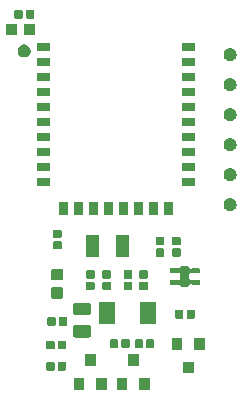
<source format=gbr>
G04 #@! TF.GenerationSoftware,KiCad,Pcbnew,(5.1.2-1)-1*
G04 #@! TF.CreationDate,2021-10-09T10:13:21+02:00*
G04 #@! TF.ProjectId,parasite,70617261-7369-4746-952e-6b696361645f,1.2.0*
G04 #@! TF.SameCoordinates,Original*
G04 #@! TF.FileFunction,Soldermask,Top*
G04 #@! TF.FilePolarity,Negative*
%FSLAX46Y46*%
G04 Gerber Fmt 4.6, Leading zero omitted, Abs format (unit mm)*
G04 Created by KiCad (PCBNEW (5.1.2-1)-1) date 2021-10-09 10:13:21*
%MOMM*%
%LPD*%
G04 APERTURE LIST*
%ADD10C,0.100000*%
G04 APERTURE END LIST*
D10*
G36*
X69851000Y-60201000D02*
G01*
X68949000Y-60201000D01*
X68949000Y-59199000D01*
X69851000Y-59199000D01*
X69851000Y-60201000D01*
X69851000Y-60201000D01*
G37*
G36*
X67951000Y-60201000D02*
G01*
X67049000Y-60201000D01*
X67049000Y-59199000D01*
X67951000Y-59199000D01*
X67951000Y-60201000D01*
X67951000Y-60201000D01*
G37*
G36*
X66201000Y-60201000D02*
G01*
X65299000Y-60201000D01*
X65299000Y-59199000D01*
X66201000Y-59199000D01*
X66201000Y-60201000D01*
X66201000Y-60201000D01*
G37*
G36*
X64301000Y-60201000D02*
G01*
X63399000Y-60201000D01*
X63399000Y-59199000D01*
X64301000Y-59199000D01*
X64301000Y-60201000D01*
X64301000Y-60201000D01*
G37*
G36*
X73551000Y-58801000D02*
G01*
X72649000Y-58801000D01*
X72649000Y-57799000D01*
X73551000Y-57799000D01*
X73551000Y-58801000D01*
X73551000Y-58801000D01*
G37*
G36*
X61686938Y-57831716D02*
G01*
X61707557Y-57837971D01*
X61726553Y-57848124D01*
X61743208Y-57861792D01*
X61756876Y-57878447D01*
X61767029Y-57897443D01*
X61773284Y-57918062D01*
X61776000Y-57945640D01*
X61776000Y-58454360D01*
X61773284Y-58481938D01*
X61767029Y-58502557D01*
X61756876Y-58521553D01*
X61743208Y-58538208D01*
X61726553Y-58551876D01*
X61707557Y-58562029D01*
X61686938Y-58568284D01*
X61659360Y-58571000D01*
X61200640Y-58571000D01*
X61173062Y-58568284D01*
X61152443Y-58562029D01*
X61133447Y-58551876D01*
X61116792Y-58538208D01*
X61103124Y-58521553D01*
X61092971Y-58502557D01*
X61086716Y-58481938D01*
X61084000Y-58454360D01*
X61084000Y-57945640D01*
X61086716Y-57918062D01*
X61092971Y-57897443D01*
X61103124Y-57878447D01*
X61116792Y-57861792D01*
X61133447Y-57848124D01*
X61152443Y-57837971D01*
X61173062Y-57831716D01*
X61200640Y-57829000D01*
X61659360Y-57829000D01*
X61686938Y-57831716D01*
X61686938Y-57831716D01*
G37*
G36*
X62656938Y-57831716D02*
G01*
X62677557Y-57837971D01*
X62696553Y-57848124D01*
X62713208Y-57861792D01*
X62726876Y-57878447D01*
X62737029Y-57897443D01*
X62743284Y-57918062D01*
X62746000Y-57945640D01*
X62746000Y-58454360D01*
X62743284Y-58481938D01*
X62737029Y-58502557D01*
X62726876Y-58521553D01*
X62713208Y-58538208D01*
X62696553Y-58551876D01*
X62677557Y-58562029D01*
X62656938Y-58568284D01*
X62629360Y-58571000D01*
X62170640Y-58571000D01*
X62143062Y-58568284D01*
X62122443Y-58562029D01*
X62103447Y-58551876D01*
X62086792Y-58538208D01*
X62073124Y-58521553D01*
X62062971Y-58502557D01*
X62056716Y-58481938D01*
X62054000Y-58454360D01*
X62054000Y-57945640D01*
X62056716Y-57918062D01*
X62062971Y-57897443D01*
X62073124Y-57878447D01*
X62086792Y-57861792D01*
X62103447Y-57848124D01*
X62122443Y-57837971D01*
X62143062Y-57831716D01*
X62170640Y-57829000D01*
X62629360Y-57829000D01*
X62656938Y-57831716D01*
X62656938Y-57831716D01*
G37*
G36*
X65251000Y-58201000D02*
G01*
X64349000Y-58201000D01*
X64349000Y-57199000D01*
X65251000Y-57199000D01*
X65251000Y-58201000D01*
X65251000Y-58201000D01*
G37*
G36*
X68901000Y-58201000D02*
G01*
X67999000Y-58201000D01*
X67999000Y-57199000D01*
X68901000Y-57199000D01*
X68901000Y-58201000D01*
X68901000Y-58201000D01*
G37*
G36*
X72601000Y-56801000D02*
G01*
X71699000Y-56801000D01*
X71699000Y-55799000D01*
X72601000Y-55799000D01*
X72601000Y-56801000D01*
X72601000Y-56801000D01*
G37*
G36*
X74501000Y-56801000D02*
G01*
X73599000Y-56801000D01*
X73599000Y-55799000D01*
X74501000Y-55799000D01*
X74501000Y-56801000D01*
X74501000Y-56801000D01*
G37*
G36*
X62656938Y-56031716D02*
G01*
X62677557Y-56037971D01*
X62696553Y-56048124D01*
X62713208Y-56061792D01*
X62726876Y-56078447D01*
X62737029Y-56097443D01*
X62743284Y-56118062D01*
X62746000Y-56145640D01*
X62746000Y-56654360D01*
X62743284Y-56681938D01*
X62737029Y-56702557D01*
X62726876Y-56721553D01*
X62713208Y-56738208D01*
X62696553Y-56751876D01*
X62677557Y-56762029D01*
X62656938Y-56768284D01*
X62629360Y-56771000D01*
X62170640Y-56771000D01*
X62143062Y-56768284D01*
X62122443Y-56762029D01*
X62103447Y-56751876D01*
X62086792Y-56738208D01*
X62073124Y-56721553D01*
X62062971Y-56702557D01*
X62056716Y-56681938D01*
X62054000Y-56654360D01*
X62054000Y-56145640D01*
X62056716Y-56118062D01*
X62062971Y-56097443D01*
X62073124Y-56078447D01*
X62086792Y-56061792D01*
X62103447Y-56048124D01*
X62122443Y-56037971D01*
X62143062Y-56031716D01*
X62170640Y-56029000D01*
X62629360Y-56029000D01*
X62656938Y-56031716D01*
X62656938Y-56031716D01*
G37*
G36*
X61686938Y-56031716D02*
G01*
X61707557Y-56037971D01*
X61726553Y-56048124D01*
X61743208Y-56061792D01*
X61756876Y-56078447D01*
X61767029Y-56097443D01*
X61773284Y-56118062D01*
X61776000Y-56145640D01*
X61776000Y-56654360D01*
X61773284Y-56681938D01*
X61767029Y-56702557D01*
X61756876Y-56721553D01*
X61743208Y-56738208D01*
X61726553Y-56751876D01*
X61707557Y-56762029D01*
X61686938Y-56768284D01*
X61659360Y-56771000D01*
X61200640Y-56771000D01*
X61173062Y-56768284D01*
X61152443Y-56762029D01*
X61133447Y-56751876D01*
X61116792Y-56738208D01*
X61103124Y-56721553D01*
X61092971Y-56702557D01*
X61086716Y-56681938D01*
X61084000Y-56654360D01*
X61084000Y-56145640D01*
X61086716Y-56118062D01*
X61092971Y-56097443D01*
X61103124Y-56078447D01*
X61116792Y-56061792D01*
X61133447Y-56048124D01*
X61152443Y-56037971D01*
X61173062Y-56031716D01*
X61200640Y-56029000D01*
X61659360Y-56029000D01*
X61686938Y-56031716D01*
X61686938Y-56031716D01*
G37*
G36*
X70126938Y-55931716D02*
G01*
X70147557Y-55937971D01*
X70166553Y-55948124D01*
X70183208Y-55961792D01*
X70196876Y-55978447D01*
X70207029Y-55997443D01*
X70213284Y-56018062D01*
X70216000Y-56045640D01*
X70216000Y-56554360D01*
X70213284Y-56581938D01*
X70207029Y-56602557D01*
X70196876Y-56621553D01*
X70183208Y-56638208D01*
X70166553Y-56651876D01*
X70147557Y-56662029D01*
X70126938Y-56668284D01*
X70099360Y-56671000D01*
X69640640Y-56671000D01*
X69613062Y-56668284D01*
X69592443Y-56662029D01*
X69573447Y-56651876D01*
X69556792Y-56638208D01*
X69543124Y-56621553D01*
X69532971Y-56602557D01*
X69526716Y-56581938D01*
X69524000Y-56554360D01*
X69524000Y-56045640D01*
X69526716Y-56018062D01*
X69532971Y-55997443D01*
X69543124Y-55978447D01*
X69556792Y-55961792D01*
X69573447Y-55948124D01*
X69592443Y-55937971D01*
X69613062Y-55931716D01*
X69640640Y-55929000D01*
X70099360Y-55929000D01*
X70126938Y-55931716D01*
X70126938Y-55931716D01*
G37*
G36*
X69156938Y-55931716D02*
G01*
X69177557Y-55937971D01*
X69196553Y-55948124D01*
X69213208Y-55961792D01*
X69226876Y-55978447D01*
X69237029Y-55997443D01*
X69243284Y-56018062D01*
X69246000Y-56045640D01*
X69246000Y-56554360D01*
X69243284Y-56581938D01*
X69237029Y-56602557D01*
X69226876Y-56621553D01*
X69213208Y-56638208D01*
X69196553Y-56651876D01*
X69177557Y-56662029D01*
X69156938Y-56668284D01*
X69129360Y-56671000D01*
X68670640Y-56671000D01*
X68643062Y-56668284D01*
X68622443Y-56662029D01*
X68603447Y-56651876D01*
X68586792Y-56638208D01*
X68573124Y-56621553D01*
X68562971Y-56602557D01*
X68556716Y-56581938D01*
X68554000Y-56554360D01*
X68554000Y-56045640D01*
X68556716Y-56018062D01*
X68562971Y-55997443D01*
X68573124Y-55978447D01*
X68586792Y-55961792D01*
X68603447Y-55948124D01*
X68622443Y-55937971D01*
X68643062Y-55931716D01*
X68670640Y-55929000D01*
X69129360Y-55929000D01*
X69156938Y-55931716D01*
X69156938Y-55931716D01*
G37*
G36*
X68041938Y-55931716D02*
G01*
X68062557Y-55937971D01*
X68081553Y-55948124D01*
X68098208Y-55961792D01*
X68111876Y-55978447D01*
X68122029Y-55997443D01*
X68128284Y-56018062D01*
X68131000Y-56045640D01*
X68131000Y-56554360D01*
X68128284Y-56581938D01*
X68122029Y-56602557D01*
X68111876Y-56621553D01*
X68098208Y-56638208D01*
X68081553Y-56651876D01*
X68062557Y-56662029D01*
X68041938Y-56668284D01*
X68014360Y-56671000D01*
X67555640Y-56671000D01*
X67528062Y-56668284D01*
X67507443Y-56662029D01*
X67488447Y-56651876D01*
X67471792Y-56638208D01*
X67458124Y-56621553D01*
X67447971Y-56602557D01*
X67441716Y-56581938D01*
X67439000Y-56554360D01*
X67439000Y-56045640D01*
X67441716Y-56018062D01*
X67447971Y-55997443D01*
X67458124Y-55978447D01*
X67471792Y-55961792D01*
X67488447Y-55948124D01*
X67507443Y-55937971D01*
X67528062Y-55931716D01*
X67555640Y-55929000D01*
X68014360Y-55929000D01*
X68041938Y-55931716D01*
X68041938Y-55931716D01*
G37*
G36*
X67071938Y-55931716D02*
G01*
X67092557Y-55937971D01*
X67111553Y-55948124D01*
X67128208Y-55961792D01*
X67141876Y-55978447D01*
X67152029Y-55997443D01*
X67158284Y-56018062D01*
X67161000Y-56045640D01*
X67161000Y-56554360D01*
X67158284Y-56581938D01*
X67152029Y-56602557D01*
X67141876Y-56621553D01*
X67128208Y-56638208D01*
X67111553Y-56651876D01*
X67092557Y-56662029D01*
X67071938Y-56668284D01*
X67044360Y-56671000D01*
X66585640Y-56671000D01*
X66558062Y-56668284D01*
X66537443Y-56662029D01*
X66518447Y-56651876D01*
X66501792Y-56638208D01*
X66488124Y-56621553D01*
X66477971Y-56602557D01*
X66471716Y-56581938D01*
X66469000Y-56554360D01*
X66469000Y-56045640D01*
X66471716Y-56018062D01*
X66477971Y-55997443D01*
X66488124Y-55978447D01*
X66501792Y-55961792D01*
X66518447Y-55948124D01*
X66537443Y-55937971D01*
X66558062Y-55931716D01*
X66585640Y-55929000D01*
X67044360Y-55929000D01*
X67071938Y-55931716D01*
X67071938Y-55931716D01*
G37*
G36*
X64684468Y-54703565D02*
G01*
X64723138Y-54715296D01*
X64758777Y-54734346D01*
X64790017Y-54759983D01*
X64815654Y-54791223D01*
X64834704Y-54826862D01*
X64846435Y-54865532D01*
X64851000Y-54911888D01*
X64851000Y-55563112D01*
X64846435Y-55609468D01*
X64834704Y-55648138D01*
X64815654Y-55683777D01*
X64790017Y-55715017D01*
X64758777Y-55740654D01*
X64723138Y-55759704D01*
X64684468Y-55771435D01*
X64638112Y-55776000D01*
X63561888Y-55776000D01*
X63515532Y-55771435D01*
X63476862Y-55759704D01*
X63441223Y-55740654D01*
X63409983Y-55715017D01*
X63384346Y-55683777D01*
X63365296Y-55648138D01*
X63353565Y-55609468D01*
X63349000Y-55563112D01*
X63349000Y-54911888D01*
X63353565Y-54865532D01*
X63365296Y-54826862D01*
X63384346Y-54791223D01*
X63409983Y-54759983D01*
X63441223Y-54734346D01*
X63476862Y-54715296D01*
X63515532Y-54703565D01*
X63561888Y-54699000D01*
X64638112Y-54699000D01*
X64684468Y-54703565D01*
X64684468Y-54703565D01*
G37*
G36*
X62741938Y-54031716D02*
G01*
X62762557Y-54037971D01*
X62781553Y-54048124D01*
X62798208Y-54061792D01*
X62811876Y-54078447D01*
X62822029Y-54097443D01*
X62828284Y-54118062D01*
X62831000Y-54145640D01*
X62831000Y-54654360D01*
X62828284Y-54681938D01*
X62822029Y-54702557D01*
X62811876Y-54721553D01*
X62798208Y-54738208D01*
X62781553Y-54751876D01*
X62762557Y-54762029D01*
X62741938Y-54768284D01*
X62714360Y-54771000D01*
X62255640Y-54771000D01*
X62228062Y-54768284D01*
X62207443Y-54762029D01*
X62188447Y-54751876D01*
X62171792Y-54738208D01*
X62158124Y-54721553D01*
X62147971Y-54702557D01*
X62141716Y-54681938D01*
X62139000Y-54654360D01*
X62139000Y-54145640D01*
X62141716Y-54118062D01*
X62147971Y-54097443D01*
X62158124Y-54078447D01*
X62171792Y-54061792D01*
X62188447Y-54048124D01*
X62207443Y-54037971D01*
X62228062Y-54031716D01*
X62255640Y-54029000D01*
X62714360Y-54029000D01*
X62741938Y-54031716D01*
X62741938Y-54031716D01*
G37*
G36*
X61771938Y-54031716D02*
G01*
X61792557Y-54037971D01*
X61811553Y-54048124D01*
X61828208Y-54061792D01*
X61841876Y-54078447D01*
X61852029Y-54097443D01*
X61858284Y-54118062D01*
X61861000Y-54145640D01*
X61861000Y-54654360D01*
X61858284Y-54681938D01*
X61852029Y-54702557D01*
X61841876Y-54721553D01*
X61828208Y-54738208D01*
X61811553Y-54751876D01*
X61792557Y-54762029D01*
X61771938Y-54768284D01*
X61744360Y-54771000D01*
X61285640Y-54771000D01*
X61258062Y-54768284D01*
X61237443Y-54762029D01*
X61218447Y-54751876D01*
X61201792Y-54738208D01*
X61188124Y-54721553D01*
X61177971Y-54702557D01*
X61171716Y-54681938D01*
X61169000Y-54654360D01*
X61169000Y-54145640D01*
X61171716Y-54118062D01*
X61177971Y-54097443D01*
X61188124Y-54078447D01*
X61201792Y-54061792D01*
X61218447Y-54048124D01*
X61237443Y-54037971D01*
X61258062Y-54031716D01*
X61285640Y-54029000D01*
X61744360Y-54029000D01*
X61771938Y-54031716D01*
X61771938Y-54031716D01*
G37*
G36*
X66901000Y-54601000D02*
G01*
X65499000Y-54601000D01*
X65499000Y-52799000D01*
X66901000Y-52799000D01*
X66901000Y-54601000D01*
X66901000Y-54601000D01*
G37*
G36*
X70401000Y-54601000D02*
G01*
X68999000Y-54601000D01*
X68999000Y-52799000D01*
X70401000Y-52799000D01*
X70401000Y-54601000D01*
X70401000Y-54601000D01*
G37*
G36*
X72586938Y-53431716D02*
G01*
X72607557Y-53437971D01*
X72626553Y-53448124D01*
X72643208Y-53461792D01*
X72656876Y-53478447D01*
X72667029Y-53497443D01*
X72673284Y-53518062D01*
X72676000Y-53545640D01*
X72676000Y-54054360D01*
X72673284Y-54081938D01*
X72667029Y-54102557D01*
X72656876Y-54121553D01*
X72643208Y-54138208D01*
X72626553Y-54151876D01*
X72607557Y-54162029D01*
X72586938Y-54168284D01*
X72559360Y-54171000D01*
X72100640Y-54171000D01*
X72073062Y-54168284D01*
X72052443Y-54162029D01*
X72033447Y-54151876D01*
X72016792Y-54138208D01*
X72003124Y-54121553D01*
X71992971Y-54102557D01*
X71986716Y-54081938D01*
X71984000Y-54054360D01*
X71984000Y-53545640D01*
X71986716Y-53518062D01*
X71992971Y-53497443D01*
X72003124Y-53478447D01*
X72016792Y-53461792D01*
X72033447Y-53448124D01*
X72052443Y-53437971D01*
X72073062Y-53431716D01*
X72100640Y-53429000D01*
X72559360Y-53429000D01*
X72586938Y-53431716D01*
X72586938Y-53431716D01*
G37*
G36*
X73556938Y-53431716D02*
G01*
X73577557Y-53437971D01*
X73596553Y-53448124D01*
X73613208Y-53461792D01*
X73626876Y-53478447D01*
X73637029Y-53497443D01*
X73643284Y-53518062D01*
X73646000Y-53545640D01*
X73646000Y-54054360D01*
X73643284Y-54081938D01*
X73637029Y-54102557D01*
X73626876Y-54121553D01*
X73613208Y-54138208D01*
X73596553Y-54151876D01*
X73577557Y-54162029D01*
X73556938Y-54168284D01*
X73529360Y-54171000D01*
X73070640Y-54171000D01*
X73043062Y-54168284D01*
X73022443Y-54162029D01*
X73003447Y-54151876D01*
X72986792Y-54138208D01*
X72973124Y-54121553D01*
X72962971Y-54102557D01*
X72956716Y-54081938D01*
X72954000Y-54054360D01*
X72954000Y-53545640D01*
X72956716Y-53518062D01*
X72962971Y-53497443D01*
X72973124Y-53478447D01*
X72986792Y-53461792D01*
X73003447Y-53448124D01*
X73022443Y-53437971D01*
X73043062Y-53431716D01*
X73070640Y-53429000D01*
X73529360Y-53429000D01*
X73556938Y-53431716D01*
X73556938Y-53431716D01*
G37*
G36*
X64684468Y-52828565D02*
G01*
X64723138Y-52840296D01*
X64758777Y-52859346D01*
X64790017Y-52884983D01*
X64815654Y-52916223D01*
X64834704Y-52951862D01*
X64846435Y-52990532D01*
X64851000Y-53036888D01*
X64851000Y-53688112D01*
X64846435Y-53734468D01*
X64834704Y-53773138D01*
X64815654Y-53808777D01*
X64790017Y-53840017D01*
X64758777Y-53865654D01*
X64723138Y-53884704D01*
X64684468Y-53896435D01*
X64638112Y-53901000D01*
X63561888Y-53901000D01*
X63515532Y-53896435D01*
X63476862Y-53884704D01*
X63441223Y-53865654D01*
X63409983Y-53840017D01*
X63384346Y-53808777D01*
X63365296Y-53773138D01*
X63353565Y-53734468D01*
X63349000Y-53688112D01*
X63349000Y-53036888D01*
X63353565Y-52990532D01*
X63365296Y-52951862D01*
X63384346Y-52916223D01*
X63409983Y-52884983D01*
X63441223Y-52859346D01*
X63476862Y-52840296D01*
X63515532Y-52828565D01*
X63561888Y-52824000D01*
X64638112Y-52824000D01*
X64684468Y-52828565D01*
X64684468Y-52828565D01*
G37*
G36*
X62379591Y-51515585D02*
G01*
X62413569Y-51525893D01*
X62444890Y-51542634D01*
X62472339Y-51565161D01*
X62494866Y-51592610D01*
X62511607Y-51623931D01*
X62521915Y-51657909D01*
X62526000Y-51699390D01*
X62526000Y-52300610D01*
X62521915Y-52342091D01*
X62511607Y-52376069D01*
X62494866Y-52407390D01*
X62472339Y-52434839D01*
X62444890Y-52457366D01*
X62413569Y-52474107D01*
X62379591Y-52484415D01*
X62338110Y-52488500D01*
X61661890Y-52488500D01*
X61620409Y-52484415D01*
X61586431Y-52474107D01*
X61555110Y-52457366D01*
X61527661Y-52434839D01*
X61505134Y-52407390D01*
X61488393Y-52376069D01*
X61478085Y-52342091D01*
X61474000Y-52300610D01*
X61474000Y-51699390D01*
X61478085Y-51657909D01*
X61488393Y-51623931D01*
X61505134Y-51592610D01*
X61527661Y-51565161D01*
X61555110Y-51542634D01*
X61586431Y-51525893D01*
X61620409Y-51515585D01*
X61661890Y-51511500D01*
X62338110Y-51511500D01*
X62379591Y-51515585D01*
X62379591Y-51515585D01*
G37*
G36*
X68281938Y-51056716D02*
G01*
X68302557Y-51062971D01*
X68321553Y-51073124D01*
X68338208Y-51086792D01*
X68351876Y-51103447D01*
X68362029Y-51122443D01*
X68368284Y-51143062D01*
X68371000Y-51170640D01*
X68371000Y-51629360D01*
X68368284Y-51656938D01*
X68362029Y-51677557D01*
X68351876Y-51696553D01*
X68338208Y-51713208D01*
X68321553Y-51726876D01*
X68302557Y-51737029D01*
X68281938Y-51743284D01*
X68254360Y-51746000D01*
X67745640Y-51746000D01*
X67718062Y-51743284D01*
X67697443Y-51737029D01*
X67678447Y-51726876D01*
X67661792Y-51713208D01*
X67648124Y-51696553D01*
X67637971Y-51677557D01*
X67631716Y-51656938D01*
X67629000Y-51629360D01*
X67629000Y-51170640D01*
X67631716Y-51143062D01*
X67637971Y-51122443D01*
X67648124Y-51103447D01*
X67661792Y-51086792D01*
X67678447Y-51073124D01*
X67697443Y-51062971D01*
X67718062Y-51056716D01*
X67745640Y-51054000D01*
X68254360Y-51054000D01*
X68281938Y-51056716D01*
X68281938Y-51056716D01*
G37*
G36*
X65081938Y-51056716D02*
G01*
X65102557Y-51062971D01*
X65121553Y-51073124D01*
X65138208Y-51086792D01*
X65151876Y-51103447D01*
X65162029Y-51122443D01*
X65168284Y-51143062D01*
X65171000Y-51170640D01*
X65171000Y-51629360D01*
X65168284Y-51656938D01*
X65162029Y-51677557D01*
X65151876Y-51696553D01*
X65138208Y-51713208D01*
X65121553Y-51726876D01*
X65102557Y-51737029D01*
X65081938Y-51743284D01*
X65054360Y-51746000D01*
X64545640Y-51746000D01*
X64518062Y-51743284D01*
X64497443Y-51737029D01*
X64478447Y-51726876D01*
X64461792Y-51713208D01*
X64448124Y-51696553D01*
X64437971Y-51677557D01*
X64431716Y-51656938D01*
X64429000Y-51629360D01*
X64429000Y-51170640D01*
X64431716Y-51143062D01*
X64437971Y-51122443D01*
X64448124Y-51103447D01*
X64461792Y-51086792D01*
X64478447Y-51073124D01*
X64497443Y-51062971D01*
X64518062Y-51056716D01*
X64545640Y-51054000D01*
X65054360Y-51054000D01*
X65081938Y-51056716D01*
X65081938Y-51056716D01*
G37*
G36*
X69581938Y-51056716D02*
G01*
X69602557Y-51062971D01*
X69621553Y-51073124D01*
X69638208Y-51086792D01*
X69651876Y-51103447D01*
X69662029Y-51122443D01*
X69668284Y-51143062D01*
X69671000Y-51170640D01*
X69671000Y-51629360D01*
X69668284Y-51656938D01*
X69662029Y-51677557D01*
X69651876Y-51696553D01*
X69638208Y-51713208D01*
X69621553Y-51726876D01*
X69602557Y-51737029D01*
X69581938Y-51743284D01*
X69554360Y-51746000D01*
X69045640Y-51746000D01*
X69018062Y-51743284D01*
X68997443Y-51737029D01*
X68978447Y-51726876D01*
X68961792Y-51713208D01*
X68948124Y-51696553D01*
X68937971Y-51677557D01*
X68931716Y-51656938D01*
X68929000Y-51629360D01*
X68929000Y-51170640D01*
X68931716Y-51143062D01*
X68937971Y-51122443D01*
X68948124Y-51103447D01*
X68961792Y-51086792D01*
X68978447Y-51073124D01*
X68997443Y-51062971D01*
X69018062Y-51056716D01*
X69045640Y-51054000D01*
X69554360Y-51054000D01*
X69581938Y-51056716D01*
X69581938Y-51056716D01*
G37*
G36*
X66481938Y-51056716D02*
G01*
X66502557Y-51062971D01*
X66521553Y-51073124D01*
X66538208Y-51086792D01*
X66551876Y-51103447D01*
X66562029Y-51122443D01*
X66568284Y-51143062D01*
X66571000Y-51170640D01*
X66571000Y-51629360D01*
X66568284Y-51656938D01*
X66562029Y-51677557D01*
X66551876Y-51696553D01*
X66538208Y-51713208D01*
X66521553Y-51726876D01*
X66502557Y-51737029D01*
X66481938Y-51743284D01*
X66454360Y-51746000D01*
X65945640Y-51746000D01*
X65918062Y-51743284D01*
X65897443Y-51737029D01*
X65878447Y-51726876D01*
X65861792Y-51713208D01*
X65848124Y-51696553D01*
X65837971Y-51677557D01*
X65831716Y-51656938D01*
X65829000Y-51629360D01*
X65829000Y-51170640D01*
X65831716Y-51143062D01*
X65837971Y-51122443D01*
X65848124Y-51103447D01*
X65861792Y-51086792D01*
X65878447Y-51073124D01*
X65897443Y-51062971D01*
X65918062Y-51056716D01*
X65945640Y-51054000D01*
X66454360Y-51054000D01*
X66481938Y-51056716D01*
X66481938Y-51056716D01*
G37*
G36*
X73089802Y-49752244D02*
G01*
X73115579Y-49760064D01*
X73139333Y-49772761D01*
X73160153Y-49789847D01*
X73177239Y-49810667D01*
X73189936Y-49834422D01*
X73194717Y-49850180D01*
X73204095Y-49872819D01*
X73217709Y-49893193D01*
X73235037Y-49910519D01*
X73255412Y-49924133D01*
X73278051Y-49933509D01*
X73302084Y-49938289D01*
X73326588Y-49938289D01*
X73350621Y-49933508D01*
X73373260Y-49924130D01*
X73393634Y-49910516D01*
X73410959Y-49893190D01*
X73414219Y-49889217D01*
X73421776Y-49883016D01*
X73430405Y-49878403D01*
X73439768Y-49875563D01*
X73455640Y-49874000D01*
X73994360Y-49874000D01*
X74010232Y-49875563D01*
X74019595Y-49878403D01*
X74028224Y-49883016D01*
X74035782Y-49889218D01*
X74041984Y-49896776D01*
X74046597Y-49905405D01*
X74049437Y-49914768D01*
X74051000Y-49930640D01*
X74051000Y-50269360D01*
X74049437Y-50285232D01*
X74046597Y-50294595D01*
X74041984Y-50303224D01*
X74035782Y-50310782D01*
X74028224Y-50316984D01*
X74019595Y-50321597D01*
X74010232Y-50324437D01*
X73994360Y-50326000D01*
X73455640Y-50326000D01*
X73439768Y-50324437D01*
X73430405Y-50321597D01*
X73421779Y-50316986D01*
X73405296Y-50303459D01*
X73384921Y-50289846D01*
X73362282Y-50280469D01*
X73338249Y-50275689D01*
X73313745Y-50275689D01*
X73289711Y-50280470D01*
X73267073Y-50289848D01*
X73246699Y-50303462D01*
X73229372Y-50320789D01*
X73215759Y-50341164D01*
X73206382Y-50363803D01*
X73201000Y-50400086D01*
X73201000Y-50799914D01*
X73203402Y-50824300D01*
X73210515Y-50847749D01*
X73222066Y-50869360D01*
X73237611Y-50888302D01*
X73256553Y-50903847D01*
X73278164Y-50915398D01*
X73301613Y-50922511D01*
X73325999Y-50924913D01*
X73350385Y-50922511D01*
X73373834Y-50915398D01*
X73405296Y-50896541D01*
X73421779Y-50883014D01*
X73430405Y-50878403D01*
X73439768Y-50875563D01*
X73455640Y-50874000D01*
X73994360Y-50874000D01*
X74010232Y-50875563D01*
X74019595Y-50878403D01*
X74028224Y-50883016D01*
X74035782Y-50889218D01*
X74041984Y-50896776D01*
X74046597Y-50905405D01*
X74049437Y-50914768D01*
X74051000Y-50930640D01*
X74051000Y-51269360D01*
X74049437Y-51285232D01*
X74046597Y-51294595D01*
X74041984Y-51303224D01*
X74035782Y-51310782D01*
X74028224Y-51316984D01*
X74019595Y-51321597D01*
X74010232Y-51324437D01*
X73994360Y-51326000D01*
X73455640Y-51326000D01*
X73439768Y-51324437D01*
X73430405Y-51321597D01*
X73421776Y-51316984D01*
X73414219Y-51310783D01*
X73410959Y-51306810D01*
X73393632Y-51289483D01*
X73373258Y-51275869D01*
X73350619Y-51266492D01*
X73326586Y-51261711D01*
X73302082Y-51261711D01*
X73278048Y-51266491D01*
X73255410Y-51275868D01*
X73235035Y-51289482D01*
X73217708Y-51306809D01*
X73204094Y-51327183D01*
X73194717Y-51349820D01*
X73189936Y-51365578D01*
X73177239Y-51389333D01*
X73160153Y-51410153D01*
X73139333Y-51427239D01*
X73115579Y-51439936D01*
X73089802Y-51447756D01*
X73056862Y-51451000D01*
X72543138Y-51451000D01*
X72510198Y-51447756D01*
X72484421Y-51439936D01*
X72460667Y-51427239D01*
X72439847Y-51410153D01*
X72422761Y-51389333D01*
X72410064Y-51365578D01*
X72405283Y-51349820D01*
X72395905Y-51327181D01*
X72382291Y-51306807D01*
X72364963Y-51289481D01*
X72344588Y-51275867D01*
X72321949Y-51266491D01*
X72297916Y-51261711D01*
X72273412Y-51261711D01*
X72249379Y-51266492D01*
X72226740Y-51275870D01*
X72206366Y-51289484D01*
X72189041Y-51306810D01*
X72185781Y-51310783D01*
X72178224Y-51316984D01*
X72169595Y-51321597D01*
X72160232Y-51324437D01*
X72144360Y-51326000D01*
X71605640Y-51326000D01*
X71589768Y-51324437D01*
X71580405Y-51321597D01*
X71571776Y-51316984D01*
X71564218Y-51310782D01*
X71558016Y-51303224D01*
X71553403Y-51294595D01*
X71550563Y-51285232D01*
X71549000Y-51269360D01*
X71549000Y-50930640D01*
X71550563Y-50914768D01*
X71553403Y-50905405D01*
X71558016Y-50896776D01*
X71564218Y-50889218D01*
X71571776Y-50883016D01*
X71580405Y-50878403D01*
X71589768Y-50875563D01*
X71605640Y-50874000D01*
X72144360Y-50874000D01*
X72160232Y-50875563D01*
X72169595Y-50878403D01*
X72178221Y-50883014D01*
X72194704Y-50896541D01*
X72215079Y-50910154D01*
X72237718Y-50919531D01*
X72261751Y-50924311D01*
X72286255Y-50924311D01*
X72310289Y-50919530D01*
X72332927Y-50910152D01*
X72353301Y-50896538D01*
X72370628Y-50879211D01*
X72384241Y-50858836D01*
X72393618Y-50836197D01*
X72399000Y-50799914D01*
X72399000Y-50400086D01*
X72396598Y-50375700D01*
X72389485Y-50352251D01*
X72377934Y-50330640D01*
X72362389Y-50311698D01*
X72343447Y-50296153D01*
X72321836Y-50284602D01*
X72298387Y-50277489D01*
X72274001Y-50275087D01*
X72249615Y-50277489D01*
X72226166Y-50284602D01*
X72194704Y-50303459D01*
X72178221Y-50316986D01*
X72169595Y-50321597D01*
X72160232Y-50324437D01*
X72144360Y-50326000D01*
X71605640Y-50326000D01*
X71589768Y-50324437D01*
X71580405Y-50321597D01*
X71571776Y-50316984D01*
X71564218Y-50310782D01*
X71558016Y-50303224D01*
X71553403Y-50294595D01*
X71550563Y-50285232D01*
X71549000Y-50269360D01*
X71549000Y-49930640D01*
X71550563Y-49914768D01*
X71553403Y-49905405D01*
X71558016Y-49896776D01*
X71564218Y-49889218D01*
X71571776Y-49883016D01*
X71580405Y-49878403D01*
X71589768Y-49875563D01*
X71605640Y-49874000D01*
X72144360Y-49874000D01*
X72160232Y-49875563D01*
X72169595Y-49878403D01*
X72178224Y-49883016D01*
X72185781Y-49889217D01*
X72189041Y-49893190D01*
X72206368Y-49910517D01*
X72226742Y-49924131D01*
X72249381Y-49933508D01*
X72273414Y-49938289D01*
X72297918Y-49938289D01*
X72321952Y-49933509D01*
X72344590Y-49924132D01*
X72364965Y-49910518D01*
X72382292Y-49893191D01*
X72395906Y-49872817D01*
X72405283Y-49850180D01*
X72410064Y-49834422D01*
X72422761Y-49810667D01*
X72439847Y-49789847D01*
X72460667Y-49772761D01*
X72484421Y-49760064D01*
X72510198Y-49752244D01*
X72543138Y-49749000D01*
X73056862Y-49749000D01*
X73089802Y-49752244D01*
X73089802Y-49752244D01*
G37*
G36*
X62379591Y-49940585D02*
G01*
X62413569Y-49950893D01*
X62444890Y-49967634D01*
X62472339Y-49990161D01*
X62494866Y-50017610D01*
X62511607Y-50048931D01*
X62521915Y-50082909D01*
X62526000Y-50124390D01*
X62526000Y-50725610D01*
X62521915Y-50767091D01*
X62511607Y-50801069D01*
X62494866Y-50832390D01*
X62472339Y-50859839D01*
X62444890Y-50882366D01*
X62413569Y-50899107D01*
X62379591Y-50909415D01*
X62338110Y-50913500D01*
X61661890Y-50913500D01*
X61620409Y-50909415D01*
X61586431Y-50899107D01*
X61555110Y-50882366D01*
X61527661Y-50859839D01*
X61505134Y-50832390D01*
X61488393Y-50801069D01*
X61478085Y-50767091D01*
X61474000Y-50725610D01*
X61474000Y-50124390D01*
X61478085Y-50082909D01*
X61488393Y-50048931D01*
X61505134Y-50017610D01*
X61527661Y-49990161D01*
X61555110Y-49967634D01*
X61586431Y-49950893D01*
X61620409Y-49940585D01*
X61661890Y-49936500D01*
X62338110Y-49936500D01*
X62379591Y-49940585D01*
X62379591Y-49940585D01*
G37*
G36*
X66481938Y-50086716D02*
G01*
X66502557Y-50092971D01*
X66521553Y-50103124D01*
X66538208Y-50116792D01*
X66551876Y-50133447D01*
X66562029Y-50152443D01*
X66568284Y-50173062D01*
X66571000Y-50200640D01*
X66571000Y-50659360D01*
X66568284Y-50686938D01*
X66562029Y-50707557D01*
X66551876Y-50726553D01*
X66538208Y-50743208D01*
X66521553Y-50756876D01*
X66502557Y-50767029D01*
X66481938Y-50773284D01*
X66454360Y-50776000D01*
X65945640Y-50776000D01*
X65918062Y-50773284D01*
X65897443Y-50767029D01*
X65878447Y-50756876D01*
X65861792Y-50743208D01*
X65848124Y-50726553D01*
X65837971Y-50707557D01*
X65831716Y-50686938D01*
X65829000Y-50659360D01*
X65829000Y-50200640D01*
X65831716Y-50173062D01*
X65837971Y-50152443D01*
X65848124Y-50133447D01*
X65861792Y-50116792D01*
X65878447Y-50103124D01*
X65897443Y-50092971D01*
X65918062Y-50086716D01*
X65945640Y-50084000D01*
X66454360Y-50084000D01*
X66481938Y-50086716D01*
X66481938Y-50086716D01*
G37*
G36*
X69581938Y-50086716D02*
G01*
X69602557Y-50092971D01*
X69621553Y-50103124D01*
X69638208Y-50116792D01*
X69651876Y-50133447D01*
X69662029Y-50152443D01*
X69668284Y-50173062D01*
X69671000Y-50200640D01*
X69671000Y-50659360D01*
X69668284Y-50686938D01*
X69662029Y-50707557D01*
X69651876Y-50726553D01*
X69638208Y-50743208D01*
X69621553Y-50756876D01*
X69602557Y-50767029D01*
X69581938Y-50773284D01*
X69554360Y-50776000D01*
X69045640Y-50776000D01*
X69018062Y-50773284D01*
X68997443Y-50767029D01*
X68978447Y-50756876D01*
X68961792Y-50743208D01*
X68948124Y-50726553D01*
X68937971Y-50707557D01*
X68931716Y-50686938D01*
X68929000Y-50659360D01*
X68929000Y-50200640D01*
X68931716Y-50173062D01*
X68937971Y-50152443D01*
X68948124Y-50133447D01*
X68961792Y-50116792D01*
X68978447Y-50103124D01*
X68997443Y-50092971D01*
X69018062Y-50086716D01*
X69045640Y-50084000D01*
X69554360Y-50084000D01*
X69581938Y-50086716D01*
X69581938Y-50086716D01*
G37*
G36*
X68281938Y-50086716D02*
G01*
X68302557Y-50092971D01*
X68321553Y-50103124D01*
X68338208Y-50116792D01*
X68351876Y-50133447D01*
X68362029Y-50152443D01*
X68368284Y-50173062D01*
X68371000Y-50200640D01*
X68371000Y-50659360D01*
X68368284Y-50686938D01*
X68362029Y-50707557D01*
X68351876Y-50726553D01*
X68338208Y-50743208D01*
X68321553Y-50756876D01*
X68302557Y-50767029D01*
X68281938Y-50773284D01*
X68254360Y-50776000D01*
X67745640Y-50776000D01*
X67718062Y-50773284D01*
X67697443Y-50767029D01*
X67678447Y-50756876D01*
X67661792Y-50743208D01*
X67648124Y-50726553D01*
X67637971Y-50707557D01*
X67631716Y-50686938D01*
X67629000Y-50659360D01*
X67629000Y-50200640D01*
X67631716Y-50173062D01*
X67637971Y-50152443D01*
X67648124Y-50133447D01*
X67661792Y-50116792D01*
X67678447Y-50103124D01*
X67697443Y-50092971D01*
X67718062Y-50086716D01*
X67745640Y-50084000D01*
X68254360Y-50084000D01*
X68281938Y-50086716D01*
X68281938Y-50086716D01*
G37*
G36*
X65081938Y-50086716D02*
G01*
X65102557Y-50092971D01*
X65121553Y-50103124D01*
X65138208Y-50116792D01*
X65151876Y-50133447D01*
X65162029Y-50152443D01*
X65168284Y-50173062D01*
X65171000Y-50200640D01*
X65171000Y-50659360D01*
X65168284Y-50686938D01*
X65162029Y-50707557D01*
X65151876Y-50726553D01*
X65138208Y-50743208D01*
X65121553Y-50756876D01*
X65102557Y-50767029D01*
X65081938Y-50773284D01*
X65054360Y-50776000D01*
X64545640Y-50776000D01*
X64518062Y-50773284D01*
X64497443Y-50767029D01*
X64478447Y-50756876D01*
X64461792Y-50743208D01*
X64448124Y-50726553D01*
X64437971Y-50707557D01*
X64431716Y-50686938D01*
X64429000Y-50659360D01*
X64429000Y-50200640D01*
X64431716Y-50173062D01*
X64437971Y-50152443D01*
X64448124Y-50133447D01*
X64461792Y-50116792D01*
X64478447Y-50103124D01*
X64497443Y-50092971D01*
X64518062Y-50086716D01*
X64545640Y-50084000D01*
X65054360Y-50084000D01*
X65081938Y-50086716D01*
X65081938Y-50086716D01*
G37*
G36*
X65551000Y-48951000D02*
G01*
X64449000Y-48951000D01*
X64449000Y-47049000D01*
X65551000Y-47049000D01*
X65551000Y-48951000D01*
X65551000Y-48951000D01*
G37*
G36*
X68051000Y-48951000D02*
G01*
X66949000Y-48951000D01*
X66949000Y-47049000D01*
X68051000Y-47049000D01*
X68051000Y-48951000D01*
X68051000Y-48951000D01*
G37*
G36*
X70981938Y-48226716D02*
G01*
X71002557Y-48232971D01*
X71021553Y-48243124D01*
X71038208Y-48256792D01*
X71051876Y-48273447D01*
X71062029Y-48292443D01*
X71068284Y-48313062D01*
X71071000Y-48340640D01*
X71071000Y-48799360D01*
X71068284Y-48826938D01*
X71062029Y-48847557D01*
X71051876Y-48866553D01*
X71038208Y-48883208D01*
X71021553Y-48896876D01*
X71002557Y-48907029D01*
X70981938Y-48913284D01*
X70954360Y-48916000D01*
X70445640Y-48916000D01*
X70418062Y-48913284D01*
X70397443Y-48907029D01*
X70378447Y-48896876D01*
X70361792Y-48883208D01*
X70348124Y-48866553D01*
X70337971Y-48847557D01*
X70331716Y-48826938D01*
X70329000Y-48799360D01*
X70329000Y-48340640D01*
X70331716Y-48313062D01*
X70337971Y-48292443D01*
X70348124Y-48273447D01*
X70361792Y-48256792D01*
X70378447Y-48243124D01*
X70397443Y-48232971D01*
X70418062Y-48226716D01*
X70445640Y-48224000D01*
X70954360Y-48224000D01*
X70981938Y-48226716D01*
X70981938Y-48226716D01*
G37*
G36*
X72381938Y-48226716D02*
G01*
X72402557Y-48232971D01*
X72421553Y-48243124D01*
X72438208Y-48256792D01*
X72451876Y-48273447D01*
X72462029Y-48292443D01*
X72468284Y-48313062D01*
X72471000Y-48340640D01*
X72471000Y-48799360D01*
X72468284Y-48826938D01*
X72462029Y-48847557D01*
X72451876Y-48866553D01*
X72438208Y-48883208D01*
X72421553Y-48896876D01*
X72402557Y-48907029D01*
X72381938Y-48913284D01*
X72354360Y-48916000D01*
X71845640Y-48916000D01*
X71818062Y-48913284D01*
X71797443Y-48907029D01*
X71778447Y-48896876D01*
X71761792Y-48883208D01*
X71748124Y-48866553D01*
X71737971Y-48847557D01*
X71731716Y-48826938D01*
X71729000Y-48799360D01*
X71729000Y-48340640D01*
X71731716Y-48313062D01*
X71737971Y-48292443D01*
X71748124Y-48273447D01*
X71761792Y-48256792D01*
X71778447Y-48243124D01*
X71797443Y-48232971D01*
X71818062Y-48226716D01*
X71845640Y-48224000D01*
X72354360Y-48224000D01*
X72381938Y-48226716D01*
X72381938Y-48226716D01*
G37*
G36*
X62281938Y-47626716D02*
G01*
X62302557Y-47632971D01*
X62321553Y-47643124D01*
X62338208Y-47656792D01*
X62351876Y-47673447D01*
X62362029Y-47692443D01*
X62368284Y-47713062D01*
X62371000Y-47740640D01*
X62371000Y-48199360D01*
X62368284Y-48226938D01*
X62362029Y-48247557D01*
X62351876Y-48266553D01*
X62338208Y-48283208D01*
X62321553Y-48296876D01*
X62302557Y-48307029D01*
X62281938Y-48313284D01*
X62254360Y-48316000D01*
X61745640Y-48316000D01*
X61718062Y-48313284D01*
X61697443Y-48307029D01*
X61678447Y-48296876D01*
X61661792Y-48283208D01*
X61648124Y-48266553D01*
X61637971Y-48247557D01*
X61631716Y-48226938D01*
X61629000Y-48199360D01*
X61629000Y-47740640D01*
X61631716Y-47713062D01*
X61637971Y-47692443D01*
X61648124Y-47673447D01*
X61661792Y-47656792D01*
X61678447Y-47643124D01*
X61697443Y-47632971D01*
X61718062Y-47626716D01*
X61745640Y-47624000D01*
X62254360Y-47624000D01*
X62281938Y-47626716D01*
X62281938Y-47626716D01*
G37*
G36*
X70981938Y-47256716D02*
G01*
X71002557Y-47262971D01*
X71021553Y-47273124D01*
X71038208Y-47286792D01*
X71051876Y-47303447D01*
X71062029Y-47322443D01*
X71068284Y-47343062D01*
X71071000Y-47370640D01*
X71071000Y-47829360D01*
X71068284Y-47856938D01*
X71062029Y-47877557D01*
X71051876Y-47896553D01*
X71038208Y-47913208D01*
X71021553Y-47926876D01*
X71002557Y-47937029D01*
X70981938Y-47943284D01*
X70954360Y-47946000D01*
X70445640Y-47946000D01*
X70418062Y-47943284D01*
X70397443Y-47937029D01*
X70378447Y-47926876D01*
X70361792Y-47913208D01*
X70348124Y-47896553D01*
X70337971Y-47877557D01*
X70331716Y-47856938D01*
X70329000Y-47829360D01*
X70329000Y-47370640D01*
X70331716Y-47343062D01*
X70337971Y-47322443D01*
X70348124Y-47303447D01*
X70361792Y-47286792D01*
X70378447Y-47273124D01*
X70397443Y-47262971D01*
X70418062Y-47256716D01*
X70445640Y-47254000D01*
X70954360Y-47254000D01*
X70981938Y-47256716D01*
X70981938Y-47256716D01*
G37*
G36*
X72381938Y-47256716D02*
G01*
X72402557Y-47262971D01*
X72421553Y-47273124D01*
X72438208Y-47286792D01*
X72451876Y-47303447D01*
X72462029Y-47322443D01*
X72468284Y-47343062D01*
X72471000Y-47370640D01*
X72471000Y-47829360D01*
X72468284Y-47856938D01*
X72462029Y-47877557D01*
X72451876Y-47896553D01*
X72438208Y-47913208D01*
X72421553Y-47926876D01*
X72402557Y-47937029D01*
X72381938Y-47943284D01*
X72354360Y-47946000D01*
X71845640Y-47946000D01*
X71818062Y-47943284D01*
X71797443Y-47937029D01*
X71778447Y-47926876D01*
X71761792Y-47913208D01*
X71748124Y-47896553D01*
X71737971Y-47877557D01*
X71731716Y-47856938D01*
X71729000Y-47829360D01*
X71729000Y-47370640D01*
X71731716Y-47343062D01*
X71737971Y-47322443D01*
X71748124Y-47303447D01*
X71761792Y-47286792D01*
X71778447Y-47273124D01*
X71797443Y-47262971D01*
X71818062Y-47256716D01*
X71845640Y-47254000D01*
X72354360Y-47254000D01*
X72381938Y-47256716D01*
X72381938Y-47256716D01*
G37*
G36*
X62281938Y-46656716D02*
G01*
X62302557Y-46662971D01*
X62321553Y-46673124D01*
X62338208Y-46686792D01*
X62351876Y-46703447D01*
X62362029Y-46722443D01*
X62368284Y-46743062D01*
X62371000Y-46770640D01*
X62371000Y-47229360D01*
X62368284Y-47256938D01*
X62362029Y-47277557D01*
X62351876Y-47296553D01*
X62338208Y-47313208D01*
X62321553Y-47326876D01*
X62302557Y-47337029D01*
X62281938Y-47343284D01*
X62254360Y-47346000D01*
X61745640Y-47346000D01*
X61718062Y-47343284D01*
X61697443Y-47337029D01*
X61678447Y-47326876D01*
X61661792Y-47313208D01*
X61648124Y-47296553D01*
X61637971Y-47277557D01*
X61631716Y-47256938D01*
X61629000Y-47229360D01*
X61629000Y-46770640D01*
X61631716Y-46743062D01*
X61637971Y-46722443D01*
X61648124Y-46703447D01*
X61661792Y-46686792D01*
X61678447Y-46673124D01*
X61697443Y-46662971D01*
X61718062Y-46656716D01*
X61745640Y-46654000D01*
X62254360Y-46654000D01*
X62281938Y-46656716D01*
X62281938Y-46656716D01*
G37*
G36*
X70526000Y-45370000D02*
G01*
X69774000Y-45370000D01*
X69774000Y-44268000D01*
X70526000Y-44268000D01*
X70526000Y-45370000D01*
X70526000Y-45370000D01*
G37*
G36*
X65446000Y-45370000D02*
G01*
X64694000Y-45370000D01*
X64694000Y-44268000D01*
X65446000Y-44268000D01*
X65446000Y-45370000D01*
X65446000Y-45370000D01*
G37*
G36*
X69256000Y-45370000D02*
G01*
X68504000Y-45370000D01*
X68504000Y-44268000D01*
X69256000Y-44268000D01*
X69256000Y-45370000D01*
X69256000Y-45370000D01*
G37*
G36*
X67986000Y-45370000D02*
G01*
X67234000Y-45370000D01*
X67234000Y-44268000D01*
X67986000Y-44268000D01*
X67986000Y-45370000D01*
X67986000Y-45370000D01*
G37*
G36*
X62906000Y-45370000D02*
G01*
X62154000Y-45370000D01*
X62154000Y-44268000D01*
X62906000Y-44268000D01*
X62906000Y-45370000D01*
X62906000Y-45370000D01*
G37*
G36*
X71796000Y-45370000D02*
G01*
X71044000Y-45370000D01*
X71044000Y-44268000D01*
X71796000Y-44268000D01*
X71796000Y-45370000D01*
X71796000Y-45370000D01*
G37*
G36*
X64176000Y-45370000D02*
G01*
X63424000Y-45370000D01*
X63424000Y-44268000D01*
X64176000Y-44268000D01*
X64176000Y-45370000D01*
X64176000Y-45370000D01*
G37*
G36*
X66716000Y-45370000D02*
G01*
X65964000Y-45370000D01*
X65964000Y-44268000D01*
X66716000Y-44268000D01*
X66716000Y-45370000D01*
X66716000Y-45370000D01*
G37*
G36*
X76800721Y-43970174D02*
G01*
X76900995Y-44011709D01*
X76900996Y-44011710D01*
X76991242Y-44072010D01*
X77067990Y-44148758D01*
X77067991Y-44148760D01*
X77128291Y-44239005D01*
X77169826Y-44339279D01*
X77191000Y-44445730D01*
X77191000Y-44554270D01*
X77169826Y-44660721D01*
X77128291Y-44760995D01*
X77128290Y-44760996D01*
X77067990Y-44851242D01*
X76991242Y-44927990D01*
X76945812Y-44958345D01*
X76900995Y-44988291D01*
X76800721Y-45029826D01*
X76694270Y-45051000D01*
X76585730Y-45051000D01*
X76479279Y-45029826D01*
X76379005Y-44988291D01*
X76334188Y-44958345D01*
X76288758Y-44927990D01*
X76212010Y-44851242D01*
X76151710Y-44760996D01*
X76151709Y-44760995D01*
X76110174Y-44660721D01*
X76089000Y-44554270D01*
X76089000Y-44445730D01*
X76110174Y-44339279D01*
X76151709Y-44239005D01*
X76212009Y-44148760D01*
X76212010Y-44148758D01*
X76288758Y-44072010D01*
X76379004Y-44011710D01*
X76379005Y-44011709D01*
X76479279Y-43970174D01*
X76585730Y-43949000D01*
X76694270Y-43949000D01*
X76800721Y-43970174D01*
X76800721Y-43970174D01*
G37*
G36*
X73670000Y-42976000D02*
G01*
X72568000Y-42976000D01*
X72568000Y-42224000D01*
X73670000Y-42224000D01*
X73670000Y-42976000D01*
X73670000Y-42976000D01*
G37*
G36*
X61432000Y-42976000D02*
G01*
X60330000Y-42976000D01*
X60330000Y-42224000D01*
X61432000Y-42224000D01*
X61432000Y-42976000D01*
X61432000Y-42976000D01*
G37*
G36*
X76800721Y-41430174D02*
G01*
X76900995Y-41471709D01*
X76900996Y-41471710D01*
X76991242Y-41532010D01*
X77067990Y-41608758D01*
X77067991Y-41608760D01*
X77128291Y-41699005D01*
X77169826Y-41799279D01*
X77191000Y-41905730D01*
X77191000Y-42014270D01*
X77169826Y-42120721D01*
X77128291Y-42220995D01*
X77128290Y-42220996D01*
X77067990Y-42311242D01*
X76991242Y-42387990D01*
X76945812Y-42418345D01*
X76900995Y-42448291D01*
X76800721Y-42489826D01*
X76694270Y-42511000D01*
X76585730Y-42511000D01*
X76479279Y-42489826D01*
X76379005Y-42448291D01*
X76334188Y-42418345D01*
X76288758Y-42387990D01*
X76212010Y-42311242D01*
X76151710Y-42220996D01*
X76151709Y-42220995D01*
X76110174Y-42120721D01*
X76089000Y-42014270D01*
X76089000Y-41905730D01*
X76110174Y-41799279D01*
X76151709Y-41699005D01*
X76212009Y-41608760D01*
X76212010Y-41608758D01*
X76288758Y-41532010D01*
X76379004Y-41471710D01*
X76379005Y-41471709D01*
X76479279Y-41430174D01*
X76585730Y-41409000D01*
X76694270Y-41409000D01*
X76800721Y-41430174D01*
X76800721Y-41430174D01*
G37*
G36*
X73670000Y-41706000D02*
G01*
X72568000Y-41706000D01*
X72568000Y-40954000D01*
X73670000Y-40954000D01*
X73670000Y-41706000D01*
X73670000Y-41706000D01*
G37*
G36*
X61432000Y-41706000D02*
G01*
X60330000Y-41706000D01*
X60330000Y-40954000D01*
X61432000Y-40954000D01*
X61432000Y-41706000D01*
X61432000Y-41706000D01*
G37*
G36*
X73670000Y-40436000D02*
G01*
X72568000Y-40436000D01*
X72568000Y-39684000D01*
X73670000Y-39684000D01*
X73670000Y-40436000D01*
X73670000Y-40436000D01*
G37*
G36*
X61432000Y-40436000D02*
G01*
X60330000Y-40436000D01*
X60330000Y-39684000D01*
X61432000Y-39684000D01*
X61432000Y-40436000D01*
X61432000Y-40436000D01*
G37*
G36*
X76800721Y-38890174D02*
G01*
X76900995Y-38931709D01*
X76900996Y-38931710D01*
X76991242Y-38992010D01*
X77067990Y-39068758D01*
X77067991Y-39068760D01*
X77128291Y-39159005D01*
X77169826Y-39259279D01*
X77191000Y-39365730D01*
X77191000Y-39474270D01*
X77169826Y-39580721D01*
X77128291Y-39680995D01*
X77128290Y-39680996D01*
X77067990Y-39771242D01*
X76991242Y-39847990D01*
X76945812Y-39878345D01*
X76900995Y-39908291D01*
X76800721Y-39949826D01*
X76694270Y-39971000D01*
X76585730Y-39971000D01*
X76479279Y-39949826D01*
X76379005Y-39908291D01*
X76334188Y-39878345D01*
X76288758Y-39847990D01*
X76212010Y-39771242D01*
X76151710Y-39680996D01*
X76151709Y-39680995D01*
X76110174Y-39580721D01*
X76089000Y-39474270D01*
X76089000Y-39365730D01*
X76110174Y-39259279D01*
X76151709Y-39159005D01*
X76212009Y-39068760D01*
X76212010Y-39068758D01*
X76288758Y-38992010D01*
X76379004Y-38931710D01*
X76379005Y-38931709D01*
X76479279Y-38890174D01*
X76585730Y-38869000D01*
X76694270Y-38869000D01*
X76800721Y-38890174D01*
X76800721Y-38890174D01*
G37*
G36*
X61432000Y-39166000D02*
G01*
X60330000Y-39166000D01*
X60330000Y-38414000D01*
X61432000Y-38414000D01*
X61432000Y-39166000D01*
X61432000Y-39166000D01*
G37*
G36*
X73670000Y-39166000D02*
G01*
X72568000Y-39166000D01*
X72568000Y-38414000D01*
X73670000Y-38414000D01*
X73670000Y-39166000D01*
X73670000Y-39166000D01*
G37*
G36*
X61432000Y-37896000D02*
G01*
X60330000Y-37896000D01*
X60330000Y-37144000D01*
X61432000Y-37144000D01*
X61432000Y-37896000D01*
X61432000Y-37896000D01*
G37*
G36*
X73670000Y-37896000D02*
G01*
X72568000Y-37896000D01*
X72568000Y-37144000D01*
X73670000Y-37144000D01*
X73670000Y-37896000D01*
X73670000Y-37896000D01*
G37*
G36*
X76800721Y-36350174D02*
G01*
X76900995Y-36391709D01*
X76900996Y-36391710D01*
X76991242Y-36452010D01*
X77067990Y-36528758D01*
X77067991Y-36528760D01*
X77128291Y-36619005D01*
X77169826Y-36719279D01*
X77191000Y-36825730D01*
X77191000Y-36934270D01*
X77169826Y-37040721D01*
X77128291Y-37140995D01*
X77128290Y-37140996D01*
X77067990Y-37231242D01*
X76991242Y-37307990D01*
X76945812Y-37338345D01*
X76900995Y-37368291D01*
X76800721Y-37409826D01*
X76694270Y-37431000D01*
X76585730Y-37431000D01*
X76479279Y-37409826D01*
X76379005Y-37368291D01*
X76334188Y-37338345D01*
X76288758Y-37307990D01*
X76212010Y-37231242D01*
X76151710Y-37140996D01*
X76151709Y-37140995D01*
X76110174Y-37040721D01*
X76089000Y-36934270D01*
X76089000Y-36825730D01*
X76110174Y-36719279D01*
X76151709Y-36619005D01*
X76212009Y-36528760D01*
X76212010Y-36528758D01*
X76288758Y-36452010D01*
X76379004Y-36391710D01*
X76379005Y-36391709D01*
X76479279Y-36350174D01*
X76585730Y-36329000D01*
X76694270Y-36329000D01*
X76800721Y-36350174D01*
X76800721Y-36350174D01*
G37*
G36*
X61432000Y-36626000D02*
G01*
X60330000Y-36626000D01*
X60330000Y-35874000D01*
X61432000Y-35874000D01*
X61432000Y-36626000D01*
X61432000Y-36626000D01*
G37*
G36*
X73670000Y-36626000D02*
G01*
X72568000Y-36626000D01*
X72568000Y-35874000D01*
X73670000Y-35874000D01*
X73670000Y-36626000D01*
X73670000Y-36626000D01*
G37*
G36*
X73670000Y-35356000D02*
G01*
X72568000Y-35356000D01*
X72568000Y-34604000D01*
X73670000Y-34604000D01*
X73670000Y-35356000D01*
X73670000Y-35356000D01*
G37*
G36*
X61432000Y-35356000D02*
G01*
X60330000Y-35356000D01*
X60330000Y-34604000D01*
X61432000Y-34604000D01*
X61432000Y-35356000D01*
X61432000Y-35356000D01*
G37*
G36*
X76800721Y-33810174D02*
G01*
X76900995Y-33851709D01*
X76900996Y-33851710D01*
X76991242Y-33912010D01*
X77067990Y-33988758D01*
X77067991Y-33988760D01*
X77128291Y-34079005D01*
X77169826Y-34179279D01*
X77191000Y-34285730D01*
X77191000Y-34394270D01*
X77169826Y-34500721D01*
X77128291Y-34600995D01*
X77128290Y-34600996D01*
X77067990Y-34691242D01*
X76991242Y-34767990D01*
X76945812Y-34798345D01*
X76900995Y-34828291D01*
X76800721Y-34869826D01*
X76694270Y-34891000D01*
X76585730Y-34891000D01*
X76479279Y-34869826D01*
X76379005Y-34828291D01*
X76334188Y-34798345D01*
X76288758Y-34767990D01*
X76212010Y-34691242D01*
X76151710Y-34600996D01*
X76151709Y-34600995D01*
X76110174Y-34500721D01*
X76089000Y-34394270D01*
X76089000Y-34285730D01*
X76110174Y-34179279D01*
X76151709Y-34079005D01*
X76212009Y-33988760D01*
X76212010Y-33988758D01*
X76288758Y-33912010D01*
X76379004Y-33851710D01*
X76379005Y-33851709D01*
X76479279Y-33810174D01*
X76585730Y-33789000D01*
X76694270Y-33789000D01*
X76800721Y-33810174D01*
X76800721Y-33810174D01*
G37*
G36*
X73670000Y-34086000D02*
G01*
X72568000Y-34086000D01*
X72568000Y-33334000D01*
X73670000Y-33334000D01*
X73670000Y-34086000D01*
X73670000Y-34086000D01*
G37*
G36*
X61432000Y-34086000D02*
G01*
X60330000Y-34086000D01*
X60330000Y-33334000D01*
X61432000Y-33334000D01*
X61432000Y-34086000D01*
X61432000Y-34086000D01*
G37*
G36*
X73670000Y-32816000D02*
G01*
X72568000Y-32816000D01*
X72568000Y-32064000D01*
X73670000Y-32064000D01*
X73670000Y-32816000D01*
X73670000Y-32816000D01*
G37*
G36*
X61432000Y-32816000D02*
G01*
X60330000Y-32816000D01*
X60330000Y-32064000D01*
X61432000Y-32064000D01*
X61432000Y-32816000D01*
X61432000Y-32816000D01*
G37*
G36*
X76800721Y-31270174D02*
G01*
X76900995Y-31311709D01*
X76900996Y-31311710D01*
X76991242Y-31372010D01*
X77067990Y-31448758D01*
X77067991Y-31448760D01*
X77128291Y-31539005D01*
X77169826Y-31639279D01*
X77191000Y-31745730D01*
X77191000Y-31854270D01*
X77169826Y-31960721D01*
X77128291Y-32060995D01*
X77128290Y-32060996D01*
X77067990Y-32151242D01*
X76991242Y-32227990D01*
X76945812Y-32258345D01*
X76900995Y-32288291D01*
X76800721Y-32329826D01*
X76694270Y-32351000D01*
X76585730Y-32351000D01*
X76479279Y-32329826D01*
X76379005Y-32288291D01*
X76334188Y-32258345D01*
X76288758Y-32227990D01*
X76212010Y-32151242D01*
X76151710Y-32060996D01*
X76151709Y-32060995D01*
X76110174Y-31960721D01*
X76089000Y-31854270D01*
X76089000Y-31745730D01*
X76110174Y-31639279D01*
X76151709Y-31539005D01*
X76212009Y-31448760D01*
X76212010Y-31448758D01*
X76288758Y-31372010D01*
X76379004Y-31311710D01*
X76379005Y-31311709D01*
X76479279Y-31270174D01*
X76585730Y-31249000D01*
X76694270Y-31249000D01*
X76800721Y-31270174D01*
X76800721Y-31270174D01*
G37*
G36*
X59360721Y-30970174D02*
G01*
X59460995Y-31011709D01*
X59460996Y-31011710D01*
X59551242Y-31072010D01*
X59627990Y-31148758D01*
X59627991Y-31148760D01*
X59688291Y-31239005D01*
X59729826Y-31339279D01*
X59751000Y-31445730D01*
X59751000Y-31554270D01*
X59729826Y-31660721D01*
X59688291Y-31760995D01*
X59688290Y-31760996D01*
X59627990Y-31851242D01*
X59551242Y-31927990D01*
X59505812Y-31958345D01*
X59460995Y-31988291D01*
X59360721Y-32029826D01*
X59254270Y-32051000D01*
X59145730Y-32051000D01*
X59039279Y-32029826D01*
X58939005Y-31988291D01*
X58894188Y-31958345D01*
X58848758Y-31927990D01*
X58772010Y-31851242D01*
X58711710Y-31760996D01*
X58711709Y-31760995D01*
X58670174Y-31660721D01*
X58649000Y-31554270D01*
X58649000Y-31445730D01*
X58670174Y-31339279D01*
X58711709Y-31239005D01*
X58772009Y-31148760D01*
X58772010Y-31148758D01*
X58848758Y-31072010D01*
X58939004Y-31011710D01*
X58939005Y-31011709D01*
X59039279Y-30970174D01*
X59145730Y-30949000D01*
X59254270Y-30949000D01*
X59360721Y-30970174D01*
X59360721Y-30970174D01*
G37*
G36*
X73670000Y-31546000D02*
G01*
X72568000Y-31546000D01*
X72568000Y-30794000D01*
X73670000Y-30794000D01*
X73670000Y-31546000D01*
X73670000Y-31546000D01*
G37*
G36*
X61432000Y-31546000D02*
G01*
X60330000Y-31546000D01*
X60330000Y-30794000D01*
X61432000Y-30794000D01*
X61432000Y-31546000D01*
X61432000Y-31546000D01*
G37*
G36*
X60101000Y-30151000D02*
G01*
X59199000Y-30151000D01*
X59199000Y-29249000D01*
X60101000Y-29249000D01*
X60101000Y-30151000D01*
X60101000Y-30151000D01*
G37*
G36*
X58601000Y-30151000D02*
G01*
X57699000Y-30151000D01*
X57699000Y-29249000D01*
X58601000Y-29249000D01*
X58601000Y-30151000D01*
X58601000Y-30151000D01*
G37*
G36*
X59956938Y-28031716D02*
G01*
X59977557Y-28037971D01*
X59996553Y-28048124D01*
X60013208Y-28061792D01*
X60026876Y-28078447D01*
X60037029Y-28097443D01*
X60043284Y-28118062D01*
X60046000Y-28145640D01*
X60046000Y-28654360D01*
X60043284Y-28681938D01*
X60037029Y-28702557D01*
X60026876Y-28721553D01*
X60013208Y-28738208D01*
X59996553Y-28751876D01*
X59977557Y-28762029D01*
X59956938Y-28768284D01*
X59929360Y-28771000D01*
X59470640Y-28771000D01*
X59443062Y-28768284D01*
X59422443Y-28762029D01*
X59403447Y-28751876D01*
X59386792Y-28738208D01*
X59373124Y-28721553D01*
X59362971Y-28702557D01*
X59356716Y-28681938D01*
X59354000Y-28654360D01*
X59354000Y-28145640D01*
X59356716Y-28118062D01*
X59362971Y-28097443D01*
X59373124Y-28078447D01*
X59386792Y-28061792D01*
X59403447Y-28048124D01*
X59422443Y-28037971D01*
X59443062Y-28031716D01*
X59470640Y-28029000D01*
X59929360Y-28029000D01*
X59956938Y-28031716D01*
X59956938Y-28031716D01*
G37*
G36*
X58986938Y-28031716D02*
G01*
X59007557Y-28037971D01*
X59026553Y-28048124D01*
X59043208Y-28061792D01*
X59056876Y-28078447D01*
X59067029Y-28097443D01*
X59073284Y-28118062D01*
X59076000Y-28145640D01*
X59076000Y-28654360D01*
X59073284Y-28681938D01*
X59067029Y-28702557D01*
X59056876Y-28721553D01*
X59043208Y-28738208D01*
X59026553Y-28751876D01*
X59007557Y-28762029D01*
X58986938Y-28768284D01*
X58959360Y-28771000D01*
X58500640Y-28771000D01*
X58473062Y-28768284D01*
X58452443Y-28762029D01*
X58433447Y-28751876D01*
X58416792Y-28738208D01*
X58403124Y-28721553D01*
X58392971Y-28702557D01*
X58386716Y-28681938D01*
X58384000Y-28654360D01*
X58384000Y-28145640D01*
X58386716Y-28118062D01*
X58392971Y-28097443D01*
X58403124Y-28078447D01*
X58416792Y-28061792D01*
X58433447Y-28048124D01*
X58452443Y-28037971D01*
X58473062Y-28031716D01*
X58500640Y-28029000D01*
X58959360Y-28029000D01*
X58986938Y-28031716D01*
X58986938Y-28031716D01*
G37*
M02*

</source>
